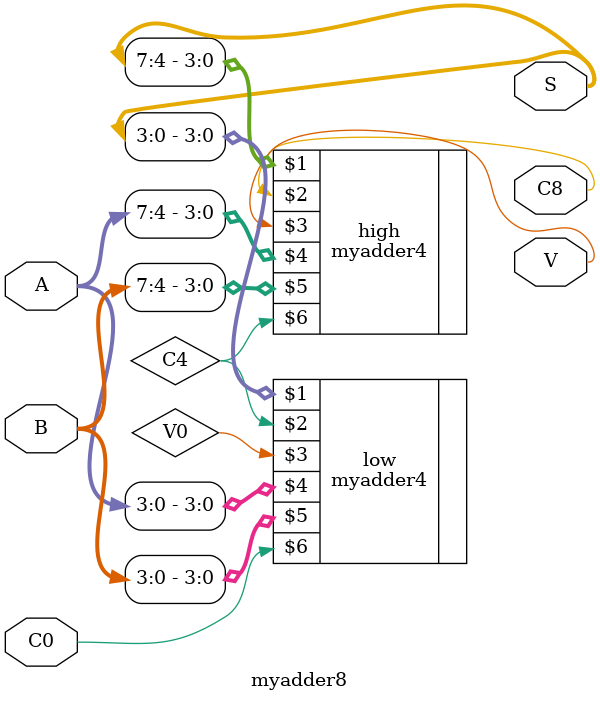
<source format=v>
module myadder8(S, C8, V, A, B, C0);
	output [7:0]S;
	output C8, V;
	input [7:0]A, B;
	input C0;
	wire C4, V0;

	myadder4 low(S[3:0], C4, V0, A[3:0], B[3:0], C0);
	myadder4 high(S[7:4], C8, V, A[7:4], B[7:4], C4);
endmodule

</source>
